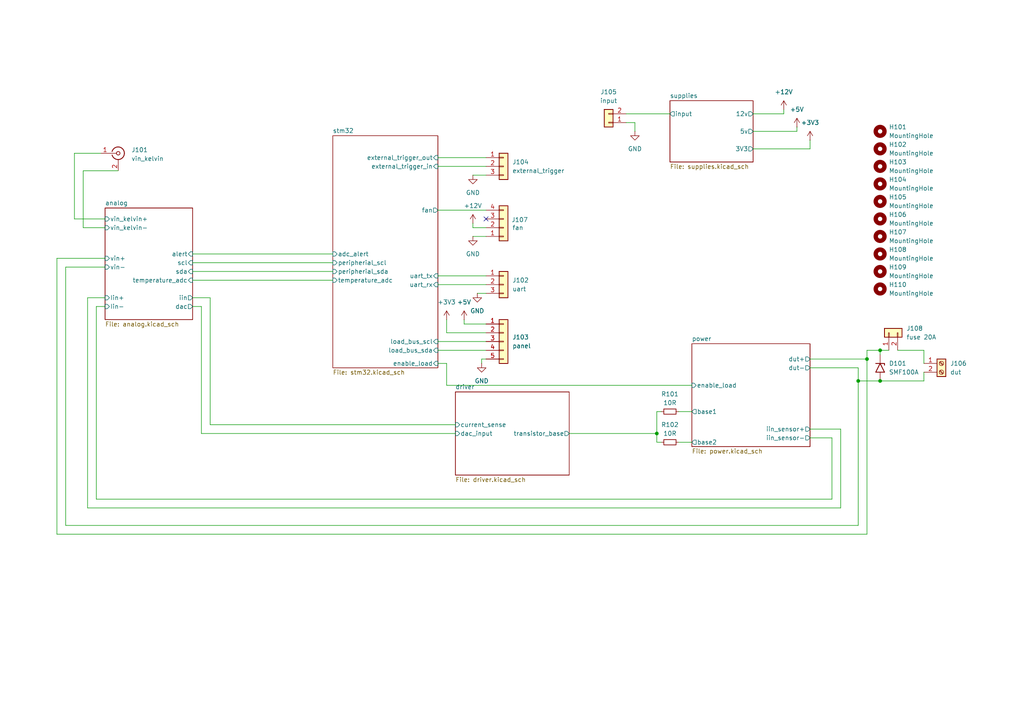
<source format=kicad_sch>
(kicad_sch (version 20231120) (generator "eeschema") (generator_version "8.0")
  (paper "A4")
  (lib_symbols
    (symbol "Connector:Conn_Coaxial" (pin_names (offset 1.016) hide)
      (property "Reference" "J" (at 0.254 3.048 0))
      (property "Value" "Conn_Coaxial" (at 2.921 0 90))
      (symbol "Conn_Coaxial_0_1"
        (arc (start -1.778 -0.508) (mid 0.2311 -1.8066) (end 1.778 0) (stroke (width 0.254)))
        (polyline (pts (xy -2.54 0) (xy -0.508 0)))
        (polyline (pts (xy 0 -2.54) (xy 0 -1.778)))
        (circle (center 0 0) (radius 0.508) (stroke (width 0.2032)))
        (arc (start 1.778 0) (mid 0.2099 1.8101) (end -1.778 0.508) (stroke (width 0.254)))
      )
      (symbol "Conn_Coaxial_1_1"
        (pin passive line (at -5.08 0 0) (length 2.54) (name "In") (number "1"))
        (pin passive line (at 0 -5.08 90) (length 2.54) (name "Ext") (number "2"))
      )
    )
    (symbol "Connector:Screw_Terminal_01x02" (pin_names (offset 1.016) hide)
      (property "Reference" "J" (at 0 2.54 0))
      (property "Value" "Screw_Terminal_01x02" (at 0 -5.08 0))
      (symbol "Screw_Terminal_01x02_1_1"
        (rectangle (start -1.27 1.27) (end 1.27 -3.81) (stroke (width 0.254)) (fill (type background)))
        (circle (center 0 -2.54) (radius 0.635) (stroke (width 0.1524)))
        (polyline (pts (xy -0.5334 -2.2098) (xy 0.3302 -3.048)) (stroke (width 0.1524)))
        (polyline (pts (xy -0.5334 0.3302) (xy 0.3302 -0.508)) (stroke (width 0.1524)))
        (polyline (pts (xy -0.3556 -2.032) (xy 0.508 -2.8702)) (stroke (width 0.1524)))
        (polyline (pts (xy -0.3556 0.508) (xy 0.508 -0.3302)) (stroke (width 0.1524)))
        (circle (center 0 0) (radius 0.635) (stroke (width 0.1524)))
        (pin passive line (at -5.08 0 0) (length 3.81) (name "Pin_1") (number "1"))
        (pin passive line (at -5.08 -2.54 0) (length 3.81) (name "Pin_2") (number "2"))
      )
    )
    (symbol "Connector_Generic:Conn_01x02" (pin_names (offset 1.016) hide)
      (property "Reference" "J" (at 0 2.54 0))
      (property "Value" "Conn_01x02" (at 0 -5.08 0))
      (symbol "Conn_01x02_1_1"
        (rectangle (start -1.27 -2.413) (end 0 -2.667) (stroke (width 0.1524)))
        (rectangle (start -1.27 0.127) (end 0 -0.127) (stroke (width 0.1524)))
        (rectangle (start -1.27 1.27) (end 1.27 -3.81) (stroke (width 0.254)) (fill (type background)))
        (pin passive line (at -5.08 0 0) (length 3.81) (name "Pin_1") (number "1"))
        (pin passive line (at -5.08 -2.54 0) (length 3.81) (name "Pin_2") (number "2"))
      )
    )
    (symbol "Connector_Generic:Conn_01x03" (pin_names (offset 1.016) hide)
      (property "Reference" "J" (at 0 5.08 0))
      (property "Value" "Conn_01x03" (at 0 -5.08 0))
      (symbol "Conn_01x03_1_1"
        (rectangle (start -1.27 -2.413) (end 0 -2.667) (stroke (width 0.1524)))
        (rectangle (start -1.27 0.127) (end 0 -0.127) (stroke (width 0.1524)))
        (rectangle (start -1.27 2.667) (end 0 2.413) (stroke (width 0.1524)))
        (rectangle (start -1.27 3.81) (end 1.27 -3.81) (stroke (width 0.254)) (fill (type background)))
        (pin passive line (at -5.08 2.54 0) (length 3.81) (name "Pin_1") (number "1"))
        (pin passive line (at -5.08 0 0) (length 3.81) (name "Pin_2") (number "2"))
        (pin passive line (at -5.08 -2.54 0) (length 3.81) (name "Pin_3") (number "3"))
      )
    )
    (symbol "Connector_Generic:Conn_01x04" (pin_names (offset 1.016) hide)
      (property "Reference" "J" (at 0 5.08 0))
      (property "Value" "Conn_01x04" (at 0 -7.62 0))
      (symbol "Conn_01x04_1_1"
        (rectangle (start -1.27 -4.953) (end 0 -5.207) (stroke (width 0.1524)))
        (rectangle (start -1.27 -2.413) (end 0 -2.667) (stroke (width 0.1524)))
        (rectangle (start -1.27 0.127) (end 0 -0.127) (stroke (width 0.1524)))
        (rectangle (start -1.27 2.667) (end 0 2.413) (stroke (width 0.1524)))
        (rectangle (start -1.27 3.81) (end 1.27 -6.35) (stroke (width 0.254)) (fill (type background)))
        (pin passive line (at -5.08 2.54 0) (length 3.81) (name "Pin_1") (number "1"))
        (pin passive line (at -5.08 0 0) (length 3.81) (name "Pin_2") (number "2"))
        (pin passive line (at -5.08 -2.54 0) (length 3.81) (name "Pin_3") (number "3"))
        (pin passive line (at -5.08 -5.08 0) (length 3.81) (name "Pin_4") (number "4"))
      )
    )
    (symbol "Connector_Generic:Conn_01x05" (pin_names (offset 1.016) hide)
      (property "Reference" "J" (at 0 7.62 0))
      (property "Value" "Conn_01x05" (at 0 -7.62 0))
      (symbol "Conn_01x05_1_1"
        (rectangle (start -1.27 -4.953) (end 0 -5.207) (stroke (width 0.1524)))
        (rectangle (start -1.27 -2.413) (end 0 -2.667) (stroke (width 0.1524)))
        (rectangle (start -1.27 0.127) (end 0 -0.127) (stroke (width 0.1524)))
        (rectangle (start -1.27 2.667) (end 0 2.413) (stroke (width 0.1524)))
        (rectangle (start -1.27 5.207) (end 0 4.953) (stroke (width 0.1524)))
        (rectangle (start -1.27 6.35) (end 1.27 -6.35) (stroke (width 0.254)) (fill (type background)))
        (pin passive line (at -5.08 5.08 0) (length 3.81) (name "Pin_1") (number "1"))
        (pin passive line (at -5.08 2.54 0) (length 3.81) (name "Pin_2") (number "2"))
        (pin passive line (at -5.08 0 0) (length 3.81) (name "Pin_3") (number "3"))
        (pin passive line (at -5.08 -2.54 0) (length 3.81) (name "Pin_4") (number "4"))
        (pin passive line (at -5.08 -5.08 0) (length 3.81) (name "Pin_5") (number "5"))
      )
    )
    (symbol "Device:R_Small" (pin_numbers hide) (pin_names (offset 0.254) hide)
      (property "Reference" "R" (at 0.762 0.508 0))
      (property "Value" "R_Small" (at 0.762 -1.016 0))
      (symbol "R_Small_0_1"
        (rectangle (start -0.762 1.778) (end 0.762 -1.778) (stroke (width 0.2032)))
      )
      (symbol "R_Small_1_1"
        (pin passive line (at 0 2.54 270) (length 0.762) (name "~") (number "1"))
        (pin passive line (at 0 -2.54 90) (length 0.762) (name "~") (number "2"))
      )
    )
    (symbol "Diode:SMF58A" (pin_numbers hide) (pin_names (offset 1.016) hide)
      (property "Reference" "D" (at 0 2.54 0))
      (property "Value" "SMF58A" (at 0 -2.54 0))
      (symbol "SMF58A_0_1"
        (polyline (pts (xy -0.762 1.27) (xy -1.27 1.27) (xy -1.27 -1.27)) (stroke (width 0.254)))
        (polyline (pts (xy 1.27 1.27) (xy 1.27 -1.27) (xy -1.27 0) (xy 1.27 1.27)) (stroke (width 0.254)))
      )
      (symbol "SMF58A_1_1"
        (pin passive line (at -3.81 0 0) (length 2.54) (name "A1") (number "1"))
        (pin passive line (at 3.81 0 180) (length 2.54) (name "A2") (number "2"))
      )
    )
    (symbol "Mechanical:MountingHole" (pin_names (offset 1.016)) (exclude_from_sim yes) (in_bom no)
      (property "Reference" "H" (at 0 5.08 0))
      (property "Value" "MountingHole" (at 0 3.175 0))
      (symbol "MountingHole_0_1"
        (circle (center 0 0) (radius 1.27) (stroke (width 1.27)))
      )
    )
    (symbol "power:+12V" (power) (pin_numbers hide) (pin_names (offset 0) hide)
      (property "Value" "+12V" (at 0 3.556 0))
      (symbol "+12V_0_1"
        (polyline (pts (xy -0.762 1.27) (xy 0 2.54)))
        (polyline (pts (xy 0 0) (xy 0 2.54)))
        (polyline (pts (xy 0 2.54) (xy 0.762 1.27)))
      )
      (symbol "+12V_1_1"
        (pin power_in line (at 0 0 90) (length 0) (name "~") (number "1"))
      )
    )
    (symbol "power:+3V3" (power) (pin_numbers hide) (pin_names (offset 0) hide)
      (property "Value" "+3V3" (at 0 3.556 0))
      (symbol "+3V3_0_1"
        (polyline (pts (xy -0.762 1.27) (xy 0 2.54)))
        (polyline (pts (xy 0 0) (xy 0 2.54)))
        (polyline (pts (xy 0 2.54) (xy 0.762 1.27)))
      )
      (symbol "+3V3_1_1"
        (pin power_in line (at 0 0 90) (length 0) (name "~") (number "1"))
      )
    )
    (symbol "power:+5V" (power) (pin_numbers hide) (pin_names (offset 0) hide)
      (property "Value" "+5V" (at 0 3.556 0))
      (symbol "+5V_0_1"
        (polyline (pts (xy -0.762 1.27) (xy 0 2.54)))
        (polyline (pts (xy 0 0) (xy 0 2.54)))
        (polyline (pts (xy 0 2.54) (xy 0.762 1.27)))
      )
      (symbol "+5V_1_1"
        (pin power_in line (at 0 0 90) (length 0) (name "~") (number "1"))
      )
    )
    (symbol "power:GND" (power) (pin_numbers hide) (pin_names (offset 0) hide)
      (property "Value" "GND" (at 0 -3.81 0))
      (symbol "GND_0_1"
        (polyline (pts (xy 0 0) (xy 0 -1.27) (xy 1.27 -1.27) (xy 0 -2.54) (xy -1.27 -1.27) (xy 0 -1.27)))
      )
      (symbol "GND_1_1"
        (pin power_in line (at 0 0 270) (length 0) (name "~") (number "1"))
      )
    )
  )
  (junction (at 251.46 104.14))
  (junction (at 255.27 110.49))
  (junction (at 248.92 110.49))
  (junction (at 190.5 125.73))
  (junction (at 255.27 101.6))
  (no_connect (at 140.97 63.5))
  (wire (pts (xy 241.3 144.78) (xy 27.94 144.78)))
  (wire (pts (xy 127 101.6) (xy 140.97 101.6)))
  (wire (pts (xy 55.88 76.2) (xy 96.52 76.2)))
  (wire (pts (xy 165.1 125.73) (xy 190.5 125.73)))
  (wire (pts (xy 255.27 101.6) (xy 255.27 102.87)))
  (wire (pts (xy 248.92 110.49) (xy 255.27 110.49)))
  (wire (pts (xy 24.13 66.04) (xy 24.13 49.53)))
  (wire (pts (xy 60.96 86.36) (xy 60.96 123.19)))
  (wire (pts (xy 30.48 66.04) (xy 24.13 66.04)))
  (wire (pts (xy 255.27 110.49) (xy 267.97 110.49)))
  (wire (pts (xy 234.95 43.18) (xy 218.44 43.18)))
  (wire (pts (xy 139.7 104.14) (xy 140.97 104.14)))
  (wire (pts (xy 25.4 86.36) (xy 25.4 147.32)))
  (wire (pts (xy 243.84 147.32) (xy 25.4 147.32)))
  (wire (pts (xy 140.97 66.04) (xy 137.16 66.04)))
  (wire (pts (xy 267.97 101.6) (xy 260.35 101.6)))
  (wire (pts (xy 251.46 154.94) (xy 251.46 104.14)))
  (wire (pts (xy 19.05 152.4) (xy 19.05 77.47)))
  (wire (pts (xy 134.62 92.71) (xy 134.62 93.98)))
  (wire (pts (xy 257.81 101.6) (xy 255.27 101.6)))
  (wire (pts (xy 127 80.01) (xy 140.97 80.01)))
  (wire (pts (xy 129.54 96.52) (xy 140.97 96.52)))
  (wire (pts (xy 234.95 124.46) (xy 243.84 124.46)))
  (wire (pts (xy 137.16 68.58) (xy 140.97 68.58)))
  (wire (pts (xy 190.5 119.38) (xy 191.77 119.38)))
  (wire (pts (xy 241.3 127) (xy 241.3 144.78)))
  (wire (pts (xy 234.95 106.68) (xy 248.92 106.68)))
  (wire (pts (xy 127 82.55) (xy 140.97 82.55)))
  (wire (pts (xy 190.5 119.38) (xy 190.5 125.73)))
  (wire (pts (xy 16.51 154.94) (xy 251.46 154.94)))
  (wire (pts (xy 181.61 33.02) (xy 194.31 33.02)))
  (wire (pts (xy 30.48 74.93) (xy 16.51 74.93)))
  (wire (pts (xy 127 99.06) (xy 140.97 99.06)))
  (wire (pts (xy 234.95 104.14) (xy 251.46 104.14)))
  (wire (pts (xy 196.85 119.38) (xy 200.66 119.38)))
  (wire (pts (xy 138.43 85.09) (xy 140.97 85.09)))
  (wire (pts (xy 234.95 40.64) (xy 234.95 43.18)))
  (wire (pts (xy 251.46 101.6) (xy 251.46 104.14)))
  (wire (pts (xy 196.85 128.27) (xy 200.66 128.27)))
  (wire (pts (xy 243.84 124.46) (xy 243.84 147.32)))
  (wire (pts (xy 129.54 92.71) (xy 129.54 96.52)))
  (wire (pts (xy 55.88 73.66) (xy 96.52 73.66)))
  (wire (pts (xy 30.48 63.5) (xy 21.59 63.5)))
  (wire (pts (xy 200.66 111.76) (xy 129.54 111.76)))
  (wire (pts (xy 55.88 78.74) (xy 96.52 78.74)))
  (wire (pts (xy 127 48.26) (xy 140.97 48.26)))
  (wire (pts (xy 55.88 81.28) (xy 96.52 81.28)))
  (wire (pts (xy 27.94 144.78) (xy 27.94 88.9)))
  (wire (pts (xy 137.16 66.04) (xy 137.16 64.77)))
  (wire (pts (xy 190.5 128.27) (xy 191.77 128.27)))
  (wire (pts (xy 129.54 111.76) (xy 129.54 105.41)))
  (wire (pts (xy 190.5 125.73) (xy 190.5 128.27)))
  (wire (pts (xy 184.15 35.56) (xy 184.15 38.1)))
  (wire (pts (xy 127 105.41) (xy 129.54 105.41)))
  (wire (pts (xy 248.92 106.68) (xy 248.92 110.49)))
  (wire (pts (xy 127 60.96) (xy 140.97 60.96)))
  (wire (pts (xy 55.88 86.36) (xy 60.96 86.36)))
  (wire (pts (xy 227.33 33.02) (xy 218.44 33.02)))
  (wire (pts (xy 181.61 35.56) (xy 184.15 35.56)))
  (wire (pts (xy 60.96 123.19) (xy 132.08 123.19)))
  (wire (pts (xy 58.42 88.9) (xy 58.42 125.73)))
  (wire (pts (xy 24.13 49.53) (xy 34.29 49.53)))
  (wire (pts (xy 139.7 105.41) (xy 139.7 104.14)))
  (wire (pts (xy 227.33 31.75) (xy 227.33 33.02)))
  (wire (pts (xy 134.62 93.98) (xy 140.97 93.98)))
  (wire (pts (xy 137.16 50.8) (xy 140.97 50.8)))
  (wire (pts (xy 255.27 101.6) (xy 251.46 101.6)))
  (wire (pts (xy 19.05 77.47) (xy 30.48 77.47)))
  (wire (pts (xy 27.94 88.9) (xy 30.48 88.9)))
  (wire (pts (xy 55.88 88.9) (xy 58.42 88.9)))
  (wire (pts (xy 248.92 152.4) (xy 19.05 152.4)))
  (wire (pts (xy 267.97 110.49) (xy 267.97 107.95)))
  (wire (pts (xy 231.14 36.83) (xy 231.14 38.1)))
  (wire (pts (xy 21.59 63.5) (xy 21.59 44.45)))
  (wire (pts (xy 16.51 74.93) (xy 16.51 154.94)))
  (wire (pts (xy 248.92 110.49) (xy 248.92 152.4)))
  (wire (pts (xy 218.44 38.1) (xy 231.14 38.1)))
  (wire (pts (xy 25.4 86.36) (xy 30.48 86.36)))
  (wire (pts (xy 127 45.72) (xy 140.97 45.72)))
  (wire (pts (xy 234.95 127) (xy 241.3 127)))
  (wire (pts (xy 58.42 125.73) (xy 132.08 125.73)))
  (wire (pts (xy 267.97 105.41) (xy 267.97 101.6)))
  (wire (pts (xy 21.59 44.45) (xy 29.21 44.45)))
  (symbol (lib_id "power:+3V3") (at 234.95 40.64 0) (unit 1)
    (property "Reference" "#PWR0108" (effects (hide yes)))
    (property "Value" "+3V3" (at 234.95 35.56 0))
    (property "Description" "Power symbol creates a global label with name \"+3V3\"" (effects (hide yes)))
  )
  (symbol (lib_id "power:GND") (at 184.15 38.1 0) (unit 1)
    (property "Reference" "#PWR0105" (effects (hide yes)))
    (property "Value" "GND" (at 184.15 43.18 0))
    (property "Description" "Power symbol creates a global label with name \"GND\" , ground" (effects (hide yes)))
  )
  (symbol (lib_id "Connector_Generic:Conn_01x03") (at 146.05 48.26 0) (unit 1)
    (property "Reference" "J104" (at 148.59 46.9899 0) (effects (justify left)))
    (property "Value" "external_trigger" (at 148.59 49.5299 0) (effects (justify left)))
    (property "Footprint" "TerminalBlock:TerminalBlock_bornier-3_P5.08mm" (effects (hide yes)))
    (property "Description" "Generic connector, single row, 01x03, script generated (kicad-library-utils/schlib/autogen/connector/)" (effects (hide yes)))
  )
  (symbol (lib_id "power:GND") (at 139.7 105.41 0) (unit 1)
    (property "Reference" "#PWR0102" (effects (hide yes)))
    (property "Value" "GND" (at 139.7 110.49 0))
    (property "Description" "Power symbol creates a global label with name \"GND\" , ground" (effects (hide yes)))
  )
  (symbol (lib_id "power:+3V3") (at 129.54 92.71 0) (unit 1)
    (property "Reference" "#PWR0103" (effects (hide yes)))
    (property "Value" "+3V3" (at 129.54 87.63 0))
    (property "Description" "Power symbol creates a global label with name \"+3V3\"" (effects (hide yes)))
  )
  (symbol (lib_id "power:GND") (at 137.16 50.8 0) (unit 1)
    (property "Reference" "#PWR0111" (effects (hide yes)))
    (property "Value" "GND" (at 137.16 55.88 0))
    (property "Description" "Power symbol creates a global label with name \"GND\" , ground" (effects (hide yes)))
  )
  (symbol (lib_id "power:+12V") (at 137.16 64.77 0) (unit 1)
    (property "Reference" "#PWR0109" (effects (hide yes)))
    (property "Value" "+12V" (at 137.16 59.69 0))
    (property "Description" "Power symbol creates a global label with name \"+12V\"" (effects (hide yes)))
  )
  (symbol (lib_id "Mechanical:MountingHole") (at 255.27 38.1 0) (unit 1) (exclude_from_sim yes) (in_bom no)
    (property "Reference" "H101" (at 257.81 36.8299 0) (effects (justify left)))
    (property "Value" "MountingHole" (at 257.81 39.3699 0) (effects (justify left)))
    (property "Footprint" "MountingHole:MountingHole_3.2mm_M3" (effects (hide yes)))
    (property "Description" "Mounting Hole without connection" (effects (hide yes)))
  )
  (symbol (lib_id "Mechanical:MountingHole") (at 255.27 48.26 0) (unit 1) (exclude_from_sim yes) (in_bom no)
    (property "Reference" "H103" (at 257.81 46.9899 0) (effects (justify left)))
    (property "Value" "MountingHole" (at 257.81 49.5299 0) (effects (justify left)))
    (property "Footprint" "MountingHole:MountingHole_3.2mm_M3" (effects (hide yes)))
    (property "Description" "Mounting Hole without connection" (effects (hide yes)))
  )
  (symbol (lib_id "Diode:SMF58A") (at 255.27 106.68 270) (unit 1)
    (property "Reference" "D101" (at 257.81 105.4099 90) (effects (justify left)))
    (property "Value" "SMF100A" (at 257.81 107.9499 90) (effects (justify left)))
    (property "Footprint" "Diode_SMD:D_SMF" (effects (hide yes)))
    (property "Datasheet" "https://www.vishay.com/doc?85881" (effects (hide yes)))
    (property "Description" "200W unidirectional Transil Transient Voltage Suppressor, 58Vrwm, SMF" (effects (hide yes)))
  )
  (symbol (lib_id "Connector_Generic:Conn_01x04") (at 146.05 66.04 0) (mirror x) (unit 1)
    (property "Reference" "J107" (at 148.336 63.754 0) (effects (justify left)))
    (property "Value" "fan" (at 148.59 66.04 0) (effects (justify left)))
    (property "Footprint" "Connector:FanPinHeader_1x04_P2.54mm_Vertical" (effects (hide yes)))
    (property "Description" "Generic connector, single row, 01x04, script generated (kicad-library-utils/schlib/autogen/connector/)" (effects (hide yes)))
  )
  (symbol (lib_id "Mechanical:MountingHole") (at 255.27 63.5 0) (unit 1) (exclude_from_sim yes) (in_bom no)
    (property "Reference" "H106" (at 257.81 62.2299 0) (effects (justify left)))
    (property "Value" "MountingHole" (at 257.81 64.7699 0) (effects (justify left)))
    (property "Footprint" "MountingHole:MountingHole_3.2mm_M3" (effects (hide yes)))
    (property "Description" "Mounting Hole without connection" (effects (hide yes)))
  )
  (symbol (lib_id "Device:R_Small") (at 194.31 128.27 90) (unit 1)
    (property "Reference" "R102" (at 194.31 123.19 90))
    (property "Value" "10R" (at 194.31 125.73 90))
    (property "Footprint" "Resistor_SMD:R_0805_2012Metric_Pad1.20x1.40mm_HandSolder" (effects (hide yes)))
    (property "Description" "Resistor, small symbol" (effects (hide yes)))
  )
  (symbol (lib_id "Mechanical:MountingHole") (at 255.27 53.34 0) (unit 1) (exclude_from_sim yes) (in_bom no)
    (property "Reference" "H104" (at 257.81 52.0699 0) (effects (justify left)))
    (property "Value" "MountingHole" (at 257.81 54.6099 0) (effects (justify left)))
    (property "Footprint" "MountingHole:MountingHole_3.2mm_M3" (effects (hide yes)))
    (property "Description" "Mounting Hole without connection" (effects (hide yes)))
  )
  (symbol (lib_id "power:GND") (at 137.16 68.58 0) (unit 1)
    (property "Reference" "#PWR0110" (effects (hide yes)))
    (property "Value" "GND" (at 137.16 73.66 0))
    (property "Description" "Power symbol creates a global label with name \"GND\" , ground" (effects (hide yes)))
  )
  (symbol (lib_id "power:GND") (at 138.43 85.09 0) (unit 1)
    (property "Reference" "#PWR0101" (effects (hide yes)))
    (property "Value" "GND" (at 138.43 90.17 0))
    (property "Description" "Power symbol creates a global label with name \"GND\" , ground" (effects (hide yes)))
  )
  (symbol (lib_id "Connector_Generic:Conn_01x03") (at 146.05 82.55 0) (unit 1)
    (property "Reference" "J102" (at 148.59 81.2799 0) (effects (justify left)))
    (property "Value" "uart" (at 148.59 83.8199 0) (effects (justify left)))
    (property "Footprint" "Connector_PinHeader_2.54mm:PinHeader_1x03_P2.54mm_Vertical" (effects (hide yes)))
    (property "Description" "Generic connector, single row, 01x03, script generated (kicad-library-utils/schlib/autogen/connector/)" (effects (hide yes)))
  )
  (symbol (lib_id "Connector_Generic:Conn_01x02") (at 257.81 96.52 90) (unit 1)
    (property "Reference" "J108" (at 262.89 95.2499 90) (effects (justify right)))
    (property "Value" "fuse 20A" (at 262.89 97.7899 90) (effects (justify right)))
    (property "Footprint" "TerminalBlock:TerminalBlock_bornier-2_P5.08mm" (effects (hide yes)))
    (property "Description" "Generic connector, single row, 01x02, script generated (kicad-library-utils/schlib/autogen/connector/)" (effects (hide yes)))
  )
  (symbol (lib_id "Mechanical:MountingHole") (at 255.27 43.18 0) (unit 1) (exclude_from_sim yes) (in_bom no)
    (property "Reference" "H102" (at 257.81 41.9099 0) (effects (justify left)))
    (property "Value" "MountingHole" (at 257.81 44.4499 0) (effects (justify left)))
    (property "Footprint" "MountingHole:MountingHole_3.2mm_M3" (effects (hide yes)))
    (property "Description" "Mounting Hole without connection" (effects (hide yes)))
  )
  (symbol (lib_id "power:+5V") (at 134.62 92.71 0) (unit 1)
    (property "Reference" "#PWR0104" (effects (hide yes)))
    (property "Value" "+5V" (at 134.62 87.63 0))
    (property "Description" "Power symbol creates a global label with name \"+5V\"" (effects (hide yes)))
  )
  (symbol (lib_id "Connector:Conn_Coaxial") (at 34.29 44.45 0) (unit 1)
    (property "Reference" "J101" (at 38.1 43.4731 0) (effects (justify left)))
    (property "Value" "vin_kelvin" (at 38.1 46.0131 0) (effects (justify left)))
    (property "Footprint" "Load:RCA" (effects (hide yes)))
    (property "Description" "coaxial connector (BNC, SMA, SMB, SMC, Cinch/RCA, LEMO, ...)" (effects (hide yes)))
  )
  (symbol (lib_id "Connector_Generic:Conn_01x05") (at 146.05 99.06 0) (unit 1)
    (property "Reference" "J103" (at 148.59 97.7899 0) (effects (justify left)))
    (property "Value" "panel" (at 148.59 100.3299 0) (effects (justify left)))
    (property "Footprint" "Connector_PinHeader_2.54mm:PinHeader_1x05_P2.54mm_Vertical" (effects (hide yes)))
    (property "Description" "Generic connector, single row, 01x05, script generated (kicad-library-utils/schlib/autogen/connector/)" (effects (hide yes)))
  )
  (symbol (lib_id "Device:R_Small") (at 194.31 119.38 90) (unit 1)
    (property "Reference" "R101" (at 194.31 114.3 90))
    (property "Value" "10R" (at 194.31 116.84 90))
    (property "Footprint" "Resistor_SMD:R_0805_2012Metric_Pad1.20x1.40mm_HandSolder" (effects (hide yes)))
    (property "Description" "Resistor, small symbol" (effects (hide yes)))
  )
  (symbol (lib_id "Connector:Screw_Terminal_01x02") (at 273.05 105.41 0) (unit 1)
    (property "Reference" "J106" (at 275.59 105.4099 0) (effects (justify left)))
    (property "Value" "dut" (at 275.59 107.9499 0) (effects (justify left)))
    (property "Footprint" "Load:Banana_PCB_2Pin" (effects (hide yes)))
  )
  (symbol (lib_id "Mechanical:MountingHole") (at 255.27 78.74 0) (unit 1) (exclude_from_sim yes) (in_bom no)
    (property "Reference" "H109" (at 257.81 77.4699 0) (effects (justify left)))
    (property "Value" "MountingHole" (at 257.81 80.0099 0) (effects (justify left)))
    (property "Footprint" "MountingHole:MountingHole_3.2mm_M3" (effects (hide yes)))
    (property "Description" "Mounting Hole without connection" (effects (hide yes)))
  )
  (symbol (lib_id "Mechanical:MountingHole") (at 255.27 68.58 0) (unit 1) (exclude_from_sim yes) (in_bom no)
    (property "Reference" "H107" (at 257.81 67.3099 0) (effects (justify left)))
    (property "Value" "MountingHole" (at 257.81 69.8499 0) (effects (justify left)))
    (property "Footprint" "MountingHole:MountingHole_3.2mm_M3" (effects (hide yes)))
    (property "Description" "Mounting Hole without connection" (effects (hide yes)))
  )
  (symbol (lib_id "power:+12V") (at 227.33 31.75 0) (unit 1)
    (property "Reference" "#PWR0106" (effects (hide yes)))
    (property "Value" "+12V" (at 227.33 26.67 0))
    (property "Description" "Power symbol creates a global label with name \"+12V\"" (effects (hide yes)))
  )
  (symbol (lib_id "power:+5V") (at 231.14 36.83 0) (unit 1)
    (property "Reference" "#PWR0107" (effects (hide yes)))
    (property "Value" "+5V" (at 231.14 31.75 0))
    (property "Description" "Power symbol creates a global label with name \"+5V\"" (effects (hide yes)))
  )
  (symbol (lib_id "Connector_Generic:Conn_01x02") (at 176.53 35.56 180) (unit 1)
    (property "Reference" "J105" (at 176.53 26.67 0))
    (property "Value" "input" (at 176.53 29.21 0))
    (property "Footprint" "TerminalBlock:TerminalBlock_bornier-2_P5.08mm" (effects (hide yes)))
    (property "Description" "Generic connector, single row, 01x02, script generated (kicad-library-utils/schlib/autogen/connector/)" (effects (hide yes)))
  )
  (symbol (lib_id "Mechanical:MountingHole") (at 255.27 73.66 0) (unit 1) (exclude_from_sim yes) (in_bom no)
    (property "Reference" "H108" (at 257.81 72.3899 0) (effects (justify left)))
    (property "Value" "MountingHole" (at 257.81 74.9299 0) (effects (justify left)))
    (property "Footprint" "MountingHole:MountingHole_3.2mm_M3" (effects (hide yes)))
    (property "Description" "Mounting Hole without connection" (effects (hide yes)))
  )
  (symbol (lib_id "Mechanical:MountingHole") (at 255.27 58.42 0) (unit 1) (exclude_from_sim yes) (in_bom no)
    (property "Reference" "H105" (at 257.81 57.1499 0) (effects (justify left)))
    (property "Value" "MountingHole" (at 257.81 59.6899 0) (effects (justify left)))
    (property "Footprint" "MountingHole:MountingHole_3.2mm_M3" (effects (hide yes)))
    (property "Description" "Mounting Hole without connection" (effects (hide yes)))
  )
  (symbol (lib_id "Mechanical:MountingHole") (at 255.27 83.82 0) (unit 1) (exclude_from_sim yes) (in_bom no)
    (property "Reference" "H110" (at 257.81 82.5499 0) (effects (justify left)))
    (property "Value" "MountingHole" (at 257.81 85.0899 0) (effects (justify left)))
    (property "Footprint" "MountingHole:MountingHole_3.2mm_M3" (effects (hide yes)))
    (property "Description" "Mounting Hole without connection" (effects (hide yes)))
  )
  (sheet (at 30.48 60.325) (size 25.4 32.385) (stroke (width 0.1524))
    (property "Sheetname" "analog" (at 30.48 59.6134 0) (effects (justify left bottom)))
    (property "Sheetfile" "analog.kicad_sch" (at 30.48 93.2946 0) (effects (justify left top)))
    (pin "Iin+" input (at 30.48 86.36 180))
    (pin "Iin-" input (at 30.48 88.9 180))
    (pin "alert" input (at 55.88 73.66 0))
    (pin "scl" input (at 55.88 76.2 0))
    (pin "sda" input (at 55.88 78.74 0))
    (pin "iin" output (at 55.88 86.36 0))
    (pin "dac" output (at 55.88 88.9 0))
    (pin "vin+" input (at 30.48 74.93 180))
    (pin "vin-" input (at 30.48 77.47 180))
    (pin "vin_kelvin+" input (at 30.48 63.5 180))
    (pin "vin_kelvin-" input (at 30.48 66.04 180))
    (pin "temperature_adc" input (at 55.88 81.28 0))
  )
  (sheet (at 194.31 29.21) (size 24.13 17.78) (stroke (width 0.1524))
    (property "Sheetname" "supplies" (at 194.31 28.4984 0) (effects (justify left bottom)))
    (property "Sheetfile" "supplies.kicad_sch" (at 194.31 47.5746 0) (effects (justify left top)))
    (pin "5v" output (at 218.44 38.1 0))
    (pin "3V3" output (at 218.44 43.18 0))
    (pin "input" output (at 194.31 33.02 180))
    (pin "12v" output (at 218.44 33.02 0))
  )
  (sheet (at 200.66 99.695) (size 34.29 29.845) (stroke (width 0.1524))
    (property "Sheetname" "power" (at 200.66 98.9834 0) (effects (justify left bottom)))
    (property "Sheetfile" "power.kicad_sch" (at 200.66 130.1246 0) (effects (justify left top)))
    (pin "base2" output (at 200.66 128.27 180))
    (pin "base1" output (at 200.66 119.38 180))
    (pin "iin_sensor-" output (at 234.95 127 0))
    (pin "iin_sensor+" output (at 234.95 124.46 0))
    (pin "dut+" output (at 234.95 104.14 0))
    (pin "dut-" output (at 234.95 106.68 0))
    (pin "enable_load" input (at 200.66 111.76 180))
  )
  (sheet (at 132.08 113.665) (size 33.02 24.13) (stroke (width 0.1524))
    (property "Sheetname" "driver" (at 132.08 112.9534 0) (effects (justify left bottom)))
    (property "Sheetfile" "driver.kicad_sch" (at 132.08 138.3796 0) (effects (justify left top)))
    (pin "transistor_base" output (at 165.1 125.73 0))
    (pin "current_sense" input (at 132.08 123.19 180))
    (pin "dac_input" input (at 132.08 125.73 180))
  )
  (sheet (at 96.52 39.37) (size 30.48 67.31) (stroke (width 0.1524))
    (property "Sheetname" "stm32" (at 96.52 38.6584 0) (effects (justify left bottom)))
    (property "Sheetfile" "stm32.kicad_sch" (at 96.52 107.2646 0) (effects (justify left top)))
    (pin "adc_alert" input (at 96.52 73.66 180))
    (pin "fan" output (at 127 60.96 0))
    (pin "peripherial_sda" input (at 96.52 78.74 180))
    (pin "peripherial_scl" input (at 96.52 76.2 180))
    (pin "temperature_adc" input (at 96.52 81.28 180))
    (pin "load_bus_sda" input (at 127 101.6 0))
    (pin "load_bus_scl" input (at 127 99.06 0))
    (pin "uart_tx" input (at 127 80.01 0))
    (pin "uart_rx" input (at 127 82.55 0))
    (pin "external_trigger_in" input (at 127 48.26 0))
    (pin "external_trigger_out" input (at 127 45.72 0))
    (pin "enable_load" input (at 127 105.41 0))
  )
)
</source>
